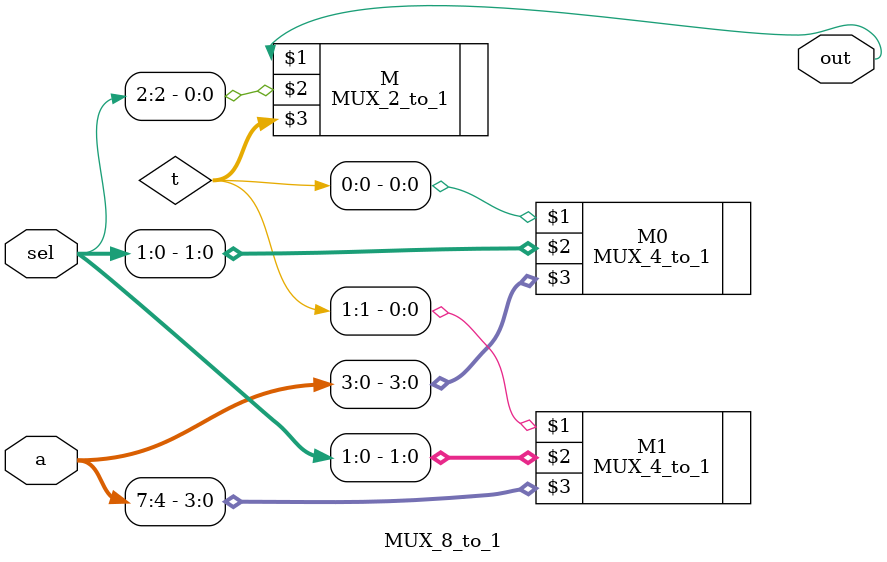
<source format=v>
`timescale 1ns / 1ps


module MUX_8_to_1(out,sel,a);
    output out;
  	input [2:0] sel;
    input [7:0] a;
    wire [1:0] t;
    MUX_4_to_1 M0(t[0],sel[1:0],a[3:0]);
    MUX_4_to_1 M1(t[1],sel[1:0],a[7:4]);
    MUX_2_to_1 M(out,sel[2],t);
endmodule
</source>
